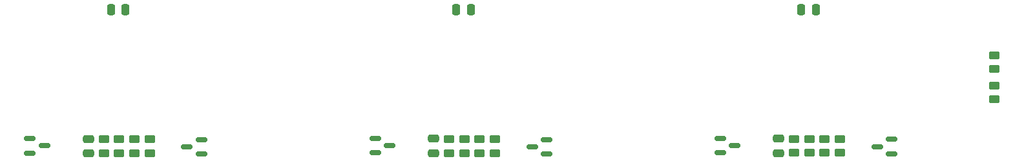
<source format=gbr>
%TF.GenerationSoftware,KiCad,Pcbnew,(6.0.0)*%
%TF.CreationDate,2023-05-02T22:40:52+02:00*%
%TF.ProjectId,7SegmentDisplay,37536567-6d65-46e7-9444-6973706c6179,rev?*%
%TF.SameCoordinates,Original*%
%TF.FileFunction,Paste,Top*%
%TF.FilePolarity,Positive*%
%FSLAX46Y46*%
G04 Gerber Fmt 4.6, Leading zero omitted, Abs format (unit mm)*
G04 Created by KiCad (PCBNEW (6.0.0)) date 2023-05-02 22:40:52*
%MOMM*%
%LPD*%
G01*
G04 APERTURE LIST*
G04 Aperture macros list*
%AMRoundRect*
0 Rectangle with rounded corners*
0 $1 Rounding radius*
0 $2 $3 $4 $5 $6 $7 $8 $9 X,Y pos of 4 corners*
0 Add a 4 corners polygon primitive as box body*
4,1,4,$2,$3,$4,$5,$6,$7,$8,$9,$2,$3,0*
0 Add four circle primitives for the rounded corners*
1,1,$1+$1,$2,$3*
1,1,$1+$1,$4,$5*
1,1,$1+$1,$6,$7*
1,1,$1+$1,$8,$9*
0 Add four rect primitives between the rounded corners*
20,1,$1+$1,$2,$3,$4,$5,0*
20,1,$1+$1,$4,$5,$6,$7,0*
20,1,$1+$1,$6,$7,$8,$9,0*
20,1,$1+$1,$8,$9,$2,$3,0*%
G04 Aperture macros list end*
%ADD10RoundRect,0.250000X-0.450000X0.262500X-0.450000X-0.262500X0.450000X-0.262500X0.450000X0.262500X0*%
%ADD11RoundRect,0.250000X0.250000X0.475000X-0.250000X0.475000X-0.250000X-0.475000X0.250000X-0.475000X0*%
%ADD12RoundRect,0.250000X0.450000X-0.262500X0.450000X0.262500X-0.450000X0.262500X-0.450000X-0.262500X0*%
%ADD13RoundRect,0.150000X-0.587500X-0.150000X0.587500X-0.150000X0.587500X0.150000X-0.587500X0.150000X0*%
%ADD14RoundRect,0.250000X-0.475000X0.250000X-0.475000X-0.250000X0.475000X-0.250000X0.475000X0.250000X0*%
%ADD15RoundRect,0.150000X0.587500X0.150000X-0.587500X0.150000X-0.587500X-0.150000X0.587500X-0.150000X0*%
G04 APERTURE END LIST*
D10*
%TO.C,R6*%
X88382255Y-98267144D03*
X88382255Y-96442144D03*
%TD*%
%TO.C,R8*%
X127584200Y-96422895D03*
X127584200Y-98247895D03*
%TD*%
D11*
%TO.C,C4*%
X130413800Y-79402995D03*
X128513800Y-79402995D03*
%TD*%
D12*
%TO.C,R3*%
X84343655Y-96442144D03*
X84343655Y-98267144D03*
%TD*%
D13*
%TO.C,Q6*%
X164970700Y-97255600D03*
X163095700Y-98205600D03*
X163095700Y-96305600D03*
%TD*%
D12*
%TO.C,R7*%
X129565400Y-98247895D03*
X129565400Y-96422895D03*
%TD*%
D11*
%TO.C,C2*%
X83292055Y-79422244D03*
X85192055Y-79422244D03*
%TD*%
D14*
%TO.C,C3*%
X125577600Y-96375195D03*
X125577600Y-98275195D03*
%TD*%
D10*
%TO.C,R2*%
X199034400Y-89384500D03*
X199034400Y-91209500D03*
%TD*%
%TO.C,R4*%
X82362455Y-98267144D03*
X82362455Y-96442144D03*
%TD*%
%TO.C,R14*%
X178816000Y-98218900D03*
X178816000Y-96393900D03*
%TD*%
D14*
%TO.C,C1*%
X80355855Y-98294444D03*
X80355855Y-96394444D03*
%TD*%
%TO.C,C5*%
X170789600Y-98246200D03*
X170789600Y-96346200D03*
%TD*%
D12*
%TO.C,R13*%
X176784000Y-96393900D03*
X176784000Y-98218900D03*
%TD*%
D15*
%TO.C,Q5*%
X183669700Y-97408000D03*
X185544700Y-96458000D03*
X185544700Y-98358000D03*
%TD*%
D10*
%TO.C,R12*%
X172796200Y-98218900D03*
X172796200Y-96393900D03*
%TD*%
%TO.C,R10*%
X133604000Y-96422895D03*
X133604000Y-98247895D03*
%TD*%
D12*
%TO.C,R1*%
X199034400Y-87221700D03*
X199034400Y-85396700D03*
%TD*%
D13*
%TO.C,Q4*%
X117883700Y-96334595D03*
X117883700Y-98234595D03*
X119758700Y-97284595D03*
%TD*%
D12*
%TO.C,R9*%
X131572000Y-98247895D03*
X131572000Y-96422895D03*
%TD*%
D15*
%TO.C,Q3*%
X140332700Y-98386995D03*
X140332700Y-96486995D03*
X138457700Y-97436995D03*
%TD*%
D11*
%TO.C,C6*%
X173725800Y-79374000D03*
X175625800Y-79374000D03*
%TD*%
D12*
%TO.C,R5*%
X86350255Y-96442144D03*
X86350255Y-98267144D03*
%TD*%
D13*
%TO.C,Q2*%
X74536955Y-97303844D03*
X72661955Y-98253844D03*
X72661955Y-96353844D03*
%TD*%
D15*
%TO.C,Q1*%
X93235955Y-97456244D03*
X95110955Y-96506244D03*
X95110955Y-98406244D03*
%TD*%
D12*
%TO.C,R11*%
X174777400Y-96393900D03*
X174777400Y-98218900D03*
%TD*%
M02*

</source>
